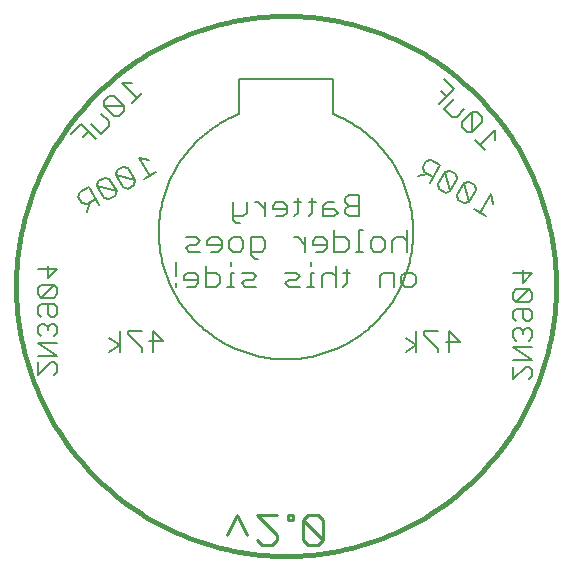
<source format=gbo>
G75*
%MOIN*%
%OFA0B0*%
%FSLAX25Y25*%
%IPPOS*%
%LPD*%
%AMOC8*
5,1,8,0,0,1.08239X$1,22.5*
%
%ADD10C,0.00800*%
%ADD11C,0.01600*%
%ADD12C,0.01100*%
%ADD13C,0.00700*%
D10*
X0035406Y0072358D02*
X0038946Y0074718D01*
X0035406Y0077078D01*
X0038946Y0079438D02*
X0038946Y0072358D01*
X0041476Y0078258D02*
X0046196Y0073538D01*
X0046196Y0072358D01*
X0049906Y0072358D02*
X0049906Y0079438D01*
X0053446Y0075898D01*
X0048726Y0075898D01*
X0046196Y0079438D02*
X0041476Y0079438D01*
X0041476Y0078258D01*
X0057740Y0093986D02*
X0057740Y0095166D01*
X0057740Y0097526D02*
X0057740Y0102246D01*
X0061450Y0098706D02*
X0060270Y0097526D01*
X0060270Y0096346D01*
X0064990Y0096346D01*
X0064990Y0097526D02*
X0063810Y0098706D01*
X0061450Y0098706D01*
X0064990Y0097526D02*
X0064990Y0095166D01*
X0063810Y0093986D01*
X0061450Y0093986D01*
X0067521Y0093986D02*
X0071061Y0093986D01*
X0072241Y0095166D01*
X0072241Y0097526D01*
X0071061Y0098706D01*
X0067521Y0098706D01*
X0067521Y0101066D02*
X0067521Y0093986D01*
X0074714Y0093986D02*
X0077074Y0093986D01*
X0075894Y0093986D02*
X0075894Y0098706D01*
X0077074Y0098706D01*
X0075894Y0101066D02*
X0075894Y0102246D01*
X0076555Y0105797D02*
X0075375Y0106977D01*
X0075375Y0109337D01*
X0076555Y0110517D01*
X0078915Y0110517D01*
X0080095Y0109337D01*
X0080095Y0106977D01*
X0078915Y0105797D01*
X0076555Y0105797D01*
X0072845Y0106977D02*
X0072845Y0109337D01*
X0071665Y0110517D01*
X0069305Y0110517D01*
X0068125Y0109337D01*
X0068125Y0108157D01*
X0072845Y0108157D01*
X0072845Y0106977D02*
X0071665Y0105797D01*
X0069305Y0105797D01*
X0065595Y0105797D02*
X0062055Y0105797D01*
X0060875Y0106977D01*
X0062055Y0108157D01*
X0064415Y0108157D01*
X0065595Y0109337D01*
X0064415Y0110517D01*
X0060875Y0110517D01*
X0076584Y0116428D02*
X0077764Y0115248D01*
X0078944Y0115248D01*
X0080124Y0117608D02*
X0076584Y0117608D01*
X0076584Y0116428D02*
X0076584Y0122328D01*
X0081304Y0118788D02*
X0080124Y0117608D01*
X0081304Y0118788D02*
X0081304Y0122328D01*
X0083805Y0122328D02*
X0084985Y0122328D01*
X0087345Y0119968D01*
X0087345Y0117608D02*
X0087345Y0122328D01*
X0089876Y0121148D02*
X0089876Y0119968D01*
X0094596Y0119968D01*
X0094596Y0121148D02*
X0093416Y0122328D01*
X0091056Y0122328D01*
X0089876Y0121148D01*
X0091056Y0117608D02*
X0093416Y0117608D01*
X0094596Y0118788D01*
X0094596Y0121148D01*
X0097069Y0122328D02*
X0099429Y0122328D01*
X0098249Y0123508D02*
X0098249Y0118788D01*
X0097069Y0117608D01*
X0101903Y0117608D02*
X0103083Y0118788D01*
X0103083Y0123508D01*
X0104263Y0122328D02*
X0101903Y0122328D01*
X0106793Y0121148D02*
X0106793Y0117608D01*
X0110333Y0117608D01*
X0111513Y0118788D01*
X0110333Y0119968D01*
X0106793Y0119968D01*
X0106793Y0121148D02*
X0107973Y0122328D01*
X0110333Y0122328D01*
X0114043Y0122328D02*
X0115223Y0121148D01*
X0118763Y0121148D01*
X0115223Y0121148D02*
X0114043Y0119968D01*
X0114043Y0118788D01*
X0115223Y0117608D01*
X0118763Y0117608D01*
X0118763Y0124688D01*
X0115223Y0124688D01*
X0114043Y0123508D01*
X0114043Y0122328D01*
X0110418Y0112877D02*
X0110418Y0105797D01*
X0113958Y0105797D01*
X0115138Y0106977D01*
X0115138Y0109337D01*
X0113958Y0110517D01*
X0110418Y0110517D01*
X0107888Y0109337D02*
X0106708Y0110517D01*
X0104348Y0110517D01*
X0103168Y0109337D01*
X0103168Y0108157D01*
X0107888Y0108157D01*
X0107888Y0106977D02*
X0107888Y0109337D01*
X0107888Y0106977D02*
X0106708Y0105797D01*
X0104348Y0105797D01*
X0100638Y0105797D02*
X0100638Y0110517D01*
X0100638Y0108157D02*
X0098278Y0110517D01*
X0097098Y0110517D01*
X0110056Y0151637D02*
X0111018Y0151239D01*
X0111969Y0150817D01*
X0112910Y0150372D01*
X0113839Y0149904D01*
X0114757Y0149413D01*
X0115662Y0148900D01*
X0116555Y0148365D01*
X0117434Y0147809D01*
X0118299Y0147230D01*
X0119150Y0146631D01*
X0119986Y0146011D01*
X0120806Y0145371D01*
X0121611Y0144710D01*
X0122399Y0144031D01*
X0123170Y0143332D01*
X0123923Y0142614D01*
X0124659Y0141878D01*
X0125377Y0141124D01*
X0126075Y0140353D01*
X0126755Y0139565D01*
X0127415Y0138761D01*
X0128056Y0137940D01*
X0128675Y0137104D01*
X0129275Y0136254D01*
X0129853Y0135388D01*
X0130409Y0134509D01*
X0130944Y0133616D01*
X0131457Y0132711D01*
X0131948Y0131793D01*
X0132416Y0130863D01*
X0132860Y0129923D01*
X0133282Y0128971D01*
X0133680Y0128010D01*
X0134055Y0127039D01*
X0134405Y0126059D01*
X0134732Y0125071D01*
X0135034Y0124075D01*
X0135311Y0123072D01*
X0135564Y0122062D01*
X0135792Y0121047D01*
X0135995Y0120026D01*
X0136173Y0119001D01*
X0136326Y0117972D01*
X0136453Y0116939D01*
X0136555Y0115903D01*
X0136631Y0114865D01*
X0136682Y0113826D01*
X0136708Y0112785D01*
X0136708Y0111745D01*
X0136682Y0110704D01*
X0136631Y0109665D01*
X0136554Y0108627D01*
X0136452Y0107591D01*
X0136325Y0106559D01*
X0136172Y0105529D01*
X0135994Y0104504D01*
X0135791Y0103483D01*
X0135563Y0102468D01*
X0135310Y0101458D01*
X0135033Y0100455D01*
X0134731Y0099460D01*
X0134404Y0098471D01*
X0134053Y0097492D01*
X0133679Y0096521D01*
X0133281Y0095559D01*
X0132859Y0094608D01*
X0132414Y0093667D01*
X0131946Y0092738D01*
X0131455Y0091820D01*
X0130942Y0090914D01*
X0130407Y0090022D01*
X0129851Y0089143D01*
X0129272Y0088277D01*
X0128673Y0087426D01*
X0128053Y0086591D01*
X0127413Y0085770D01*
X0126753Y0084966D01*
X0126073Y0084178D01*
X0125374Y0083407D01*
X0124656Y0082653D01*
X0123921Y0081917D01*
X0123167Y0081200D01*
X0122396Y0080501D01*
X0121608Y0079821D01*
X0120803Y0079161D01*
X0119983Y0078521D01*
X0119147Y0077901D01*
X0118296Y0077302D01*
X0117431Y0076723D01*
X0116552Y0076167D01*
X0115659Y0075632D01*
X0114754Y0075119D01*
X0113836Y0074628D01*
X0112906Y0074160D01*
X0111965Y0073715D01*
X0111014Y0073294D01*
X0110053Y0072895D01*
X0109082Y0072521D01*
X0108102Y0072170D01*
X0107114Y0071844D01*
X0106118Y0071542D01*
X0105115Y0071264D01*
X0104105Y0071011D01*
X0103090Y0070783D01*
X0102069Y0070580D01*
X0101044Y0070402D01*
X0100014Y0070250D01*
X0098982Y0070122D01*
X0097946Y0070020D01*
X0096908Y0069944D01*
X0095869Y0069893D01*
X0094828Y0069867D01*
X0093788Y0069867D01*
X0092747Y0069893D01*
X0091708Y0069944D01*
X0090670Y0070020D01*
X0089634Y0070122D01*
X0088602Y0070250D01*
X0087572Y0070402D01*
X0086547Y0070580D01*
X0085526Y0070783D01*
X0084511Y0071011D01*
X0083501Y0071264D01*
X0082498Y0071542D01*
X0081502Y0071844D01*
X0080514Y0072170D01*
X0079534Y0072521D01*
X0078563Y0072895D01*
X0077602Y0073294D01*
X0076651Y0073715D01*
X0075710Y0074160D01*
X0074780Y0074628D01*
X0073862Y0075119D01*
X0072957Y0075632D01*
X0072064Y0076167D01*
X0071185Y0076723D01*
X0070320Y0077302D01*
X0069469Y0077901D01*
X0068633Y0078521D01*
X0067813Y0079161D01*
X0067008Y0079821D01*
X0066220Y0080501D01*
X0065449Y0081200D01*
X0064695Y0081917D01*
X0063960Y0082653D01*
X0063242Y0083407D01*
X0062543Y0084178D01*
X0061863Y0084966D01*
X0061203Y0085770D01*
X0060563Y0086591D01*
X0059943Y0087426D01*
X0059344Y0088277D01*
X0058765Y0089143D01*
X0058209Y0090022D01*
X0057674Y0090914D01*
X0057161Y0091820D01*
X0056670Y0092738D01*
X0056202Y0093667D01*
X0055757Y0094608D01*
X0055335Y0095559D01*
X0054937Y0096521D01*
X0054563Y0097492D01*
X0054212Y0098471D01*
X0053885Y0099460D01*
X0053583Y0100455D01*
X0053306Y0101458D01*
X0053053Y0102468D01*
X0052825Y0103483D01*
X0052622Y0104504D01*
X0052444Y0105529D01*
X0052291Y0106559D01*
X0052164Y0107591D01*
X0052062Y0108627D01*
X0051985Y0109665D01*
X0051934Y0110704D01*
X0051908Y0111745D01*
X0051908Y0112785D01*
X0051934Y0113826D01*
X0051985Y0114865D01*
X0052061Y0115903D01*
X0052163Y0116939D01*
X0052290Y0117972D01*
X0052443Y0119001D01*
X0052621Y0120026D01*
X0052824Y0121047D01*
X0053052Y0122062D01*
X0053305Y0123072D01*
X0053582Y0124075D01*
X0053884Y0125071D01*
X0054211Y0126059D01*
X0054561Y0127039D01*
X0054936Y0128010D01*
X0055334Y0128971D01*
X0055756Y0129923D01*
X0056200Y0130863D01*
X0056668Y0131793D01*
X0057159Y0132711D01*
X0057672Y0133616D01*
X0058207Y0134509D01*
X0058763Y0135388D01*
X0059341Y0136254D01*
X0059941Y0137104D01*
X0060560Y0137940D01*
X0061201Y0138761D01*
X0061861Y0139565D01*
X0062541Y0140353D01*
X0063239Y0141124D01*
X0063957Y0141878D01*
X0064693Y0142614D01*
X0065446Y0143332D01*
X0066217Y0144031D01*
X0067005Y0144710D01*
X0067810Y0145371D01*
X0068630Y0146011D01*
X0069466Y0146631D01*
X0070317Y0147230D01*
X0071182Y0147809D01*
X0072061Y0148365D01*
X0072954Y0148900D01*
X0073859Y0149413D01*
X0074777Y0149904D01*
X0075706Y0150372D01*
X0076647Y0150817D01*
X0077598Y0151239D01*
X0078560Y0151637D01*
X0078560Y0163448D01*
X0110056Y0163448D01*
X0110056Y0151637D01*
X0138133Y0130854D02*
X0141357Y0131718D01*
X0140335Y0132308D02*
X0143400Y0130538D01*
X0142220Y0128494D02*
X0145760Y0134625D01*
X0142695Y0136395D01*
X0141083Y0135963D01*
X0139903Y0133919D01*
X0140335Y0132308D01*
X0145002Y0128251D02*
X0145434Y0126639D01*
X0147477Y0125459D01*
X0149089Y0125891D01*
X0147362Y0132338D01*
X0145002Y0128251D01*
X0147362Y0132338D02*
X0148974Y0132770D01*
X0151017Y0131590D01*
X0151449Y0129978D01*
X0149089Y0125891D01*
X0151281Y0124625D02*
X0151712Y0123013D01*
X0153756Y0121833D01*
X0155368Y0122265D01*
X0153641Y0128713D01*
X0151281Y0124625D01*
X0155368Y0122265D02*
X0157728Y0126353D01*
X0157296Y0127965D01*
X0155253Y0129145D01*
X0153641Y0128713D01*
X0156969Y0119978D02*
X0161057Y0117618D01*
X0159013Y0118798D02*
X0162553Y0124930D01*
X0163417Y0121706D01*
X0160558Y0139649D02*
X0157221Y0142987D01*
X0158890Y0141318D02*
X0163896Y0146325D01*
X0163896Y0142987D01*
X0159604Y0148948D02*
X0159604Y0150617D01*
X0157935Y0152286D01*
X0156266Y0152286D01*
X0156266Y0145611D01*
X0154597Y0145611D01*
X0152928Y0147279D01*
X0152928Y0148948D01*
X0156266Y0152286D01*
X0153642Y0153240D02*
X0151139Y0150737D01*
X0149470Y0150737D01*
X0146967Y0153240D01*
X0150305Y0156578D01*
X0147681Y0157533D02*
X0146013Y0159202D01*
X0145178Y0155030D02*
X0150185Y0160036D01*
X0146847Y0163374D01*
X0159604Y0148948D02*
X0156266Y0145611D01*
X0134472Y0112877D02*
X0134472Y0105797D01*
X0134472Y0109337D02*
X0133292Y0110517D01*
X0130932Y0110517D01*
X0129752Y0109337D01*
X0129752Y0105797D01*
X0127222Y0106977D02*
X0127222Y0109337D01*
X0126042Y0110517D01*
X0123682Y0110517D01*
X0122502Y0109337D01*
X0122502Y0106977D01*
X0123682Y0105797D01*
X0126042Y0105797D01*
X0127222Y0106977D01*
X0119972Y0105797D02*
X0117612Y0105797D01*
X0118792Y0105797D02*
X0118792Y0112877D01*
X0119972Y0112877D01*
X0110909Y0101066D02*
X0110909Y0093986D01*
X0113382Y0093986D02*
X0114562Y0095166D01*
X0114562Y0099886D01*
X0115742Y0098706D02*
X0113382Y0098706D01*
X0110909Y0097526D02*
X0109729Y0098706D01*
X0107369Y0098706D01*
X0106189Y0097526D01*
X0106189Y0093986D01*
X0103659Y0093986D02*
X0101299Y0093986D01*
X0102479Y0093986D02*
X0102479Y0098706D01*
X0103659Y0098706D01*
X0102479Y0101066D02*
X0102479Y0102246D01*
X0098825Y0097526D02*
X0097645Y0096346D01*
X0095285Y0096346D01*
X0094105Y0095166D01*
X0095285Y0093986D01*
X0098825Y0093986D01*
X0098825Y0097526D02*
X0097645Y0098706D01*
X0094105Y0098706D01*
X0084985Y0103437D02*
X0083805Y0103437D01*
X0082625Y0104617D01*
X0082625Y0110517D01*
X0086166Y0110517D01*
X0087346Y0109337D01*
X0087346Y0106977D01*
X0086166Y0105797D01*
X0082625Y0105797D01*
X0083145Y0098706D02*
X0079605Y0098706D01*
X0080785Y0096346D02*
X0083145Y0096346D01*
X0084325Y0097526D01*
X0083145Y0098706D01*
X0080785Y0096346D02*
X0079605Y0095166D01*
X0080785Y0093986D01*
X0084325Y0093986D01*
X0050946Y0132189D02*
X0046859Y0129829D01*
X0048903Y0131009D02*
X0045362Y0137140D01*
X0048586Y0136276D01*
X0041717Y0133673D02*
X0040105Y0134105D01*
X0038062Y0132925D01*
X0037630Y0131313D01*
X0044077Y0129585D01*
X0043646Y0127973D01*
X0041602Y0126793D01*
X0039990Y0127225D01*
X0037630Y0131313D01*
X0035438Y0130048D02*
X0033827Y0130480D01*
X0031783Y0129300D01*
X0031351Y0127688D01*
X0037799Y0125960D01*
X0037367Y0124348D01*
X0035323Y0123168D01*
X0033711Y0123600D01*
X0031351Y0127688D01*
X0028570Y0127445D02*
X0025504Y0125675D01*
X0025072Y0124063D01*
X0026252Y0122019D01*
X0027864Y0121587D01*
X0030930Y0123357D01*
X0032110Y0121313D02*
X0028570Y0127445D01*
X0028886Y0122177D02*
X0028022Y0118953D01*
X0037799Y0125960D02*
X0035438Y0130048D01*
X0041717Y0133673D02*
X0044077Y0129585D01*
X0030862Y0143204D02*
X0025856Y0148210D01*
X0022519Y0144872D01*
X0026691Y0144038D02*
X0028359Y0145707D01*
X0029314Y0148330D02*
X0032652Y0144993D01*
X0035155Y0147496D01*
X0035155Y0149165D01*
X0032652Y0151668D01*
X0033606Y0154291D02*
X0040282Y0154291D01*
X0040282Y0152623D01*
X0038613Y0150954D01*
X0036944Y0150954D01*
X0033606Y0154291D01*
X0033606Y0155960D01*
X0035275Y0157629D01*
X0036944Y0157629D01*
X0040282Y0154291D01*
X0042905Y0155246D02*
X0046243Y0158584D01*
X0044574Y0156915D02*
X0039568Y0161921D01*
X0042905Y0161921D01*
X0125523Y0097526D02*
X0125523Y0093986D01*
X0125523Y0097526D02*
X0126703Y0098706D01*
X0130243Y0098706D01*
X0130243Y0093986D01*
X0132773Y0095166D02*
X0132773Y0097526D01*
X0133953Y0098706D01*
X0136313Y0098706D01*
X0137493Y0097526D01*
X0137493Y0095166D01*
X0136313Y0093986D01*
X0133953Y0093986D01*
X0132773Y0095166D01*
X0137731Y0079333D02*
X0137731Y0072253D01*
X0137731Y0074613D02*
X0134191Y0076973D01*
X0137731Y0074613D02*
X0134191Y0072253D01*
X0140261Y0078153D02*
X0144981Y0073433D01*
X0144981Y0072253D01*
X0148691Y0072253D02*
X0148691Y0079333D01*
X0152231Y0075793D01*
X0147511Y0075793D01*
X0144981Y0079333D02*
X0140261Y0079333D01*
X0140261Y0078153D01*
D11*
X0004308Y0094334D02*
X0004335Y0096543D01*
X0004416Y0098750D01*
X0004552Y0100955D01*
X0004741Y0103156D01*
X0004985Y0105351D01*
X0005282Y0107540D01*
X0005633Y0109721D01*
X0006037Y0111892D01*
X0006495Y0114053D01*
X0007005Y0116202D01*
X0007568Y0118338D01*
X0008183Y0120460D01*
X0008850Y0122565D01*
X0009569Y0124654D01*
X0010339Y0126725D01*
X0011159Y0128776D01*
X0012029Y0130806D01*
X0012949Y0132814D01*
X0013918Y0134799D01*
X0014935Y0136760D01*
X0016000Y0138695D01*
X0017112Y0140603D01*
X0018271Y0142484D01*
X0019476Y0144335D01*
X0020725Y0146157D01*
X0022019Y0147947D01*
X0023357Y0149705D01*
X0024737Y0151429D01*
X0026159Y0153120D01*
X0027622Y0154774D01*
X0029126Y0156393D01*
X0030668Y0157974D01*
X0032249Y0159516D01*
X0033868Y0161020D01*
X0035522Y0162483D01*
X0037213Y0163905D01*
X0038937Y0165285D01*
X0040695Y0166623D01*
X0042485Y0167917D01*
X0044307Y0169166D01*
X0046158Y0170371D01*
X0048039Y0171530D01*
X0049947Y0172642D01*
X0051882Y0173707D01*
X0053843Y0174724D01*
X0055828Y0175693D01*
X0057836Y0176613D01*
X0059866Y0177483D01*
X0061917Y0178303D01*
X0063988Y0179073D01*
X0066077Y0179792D01*
X0068182Y0180459D01*
X0070304Y0181074D01*
X0072440Y0181637D01*
X0074589Y0182147D01*
X0076750Y0182605D01*
X0078921Y0183009D01*
X0081102Y0183360D01*
X0083291Y0183657D01*
X0085486Y0183901D01*
X0087687Y0184090D01*
X0089892Y0184226D01*
X0092099Y0184307D01*
X0094308Y0184334D01*
X0096517Y0184307D01*
X0098724Y0184226D01*
X0100929Y0184090D01*
X0103130Y0183901D01*
X0105325Y0183657D01*
X0107514Y0183360D01*
X0109695Y0183009D01*
X0111866Y0182605D01*
X0114027Y0182147D01*
X0116176Y0181637D01*
X0118312Y0181074D01*
X0120434Y0180459D01*
X0122539Y0179792D01*
X0124628Y0179073D01*
X0126699Y0178303D01*
X0128750Y0177483D01*
X0130780Y0176613D01*
X0132788Y0175693D01*
X0134773Y0174724D01*
X0136734Y0173707D01*
X0138669Y0172642D01*
X0140577Y0171530D01*
X0142458Y0170371D01*
X0144309Y0169166D01*
X0146131Y0167917D01*
X0147921Y0166623D01*
X0149679Y0165285D01*
X0151403Y0163905D01*
X0153094Y0162483D01*
X0154748Y0161020D01*
X0156367Y0159516D01*
X0157948Y0157974D01*
X0159490Y0156393D01*
X0160994Y0154774D01*
X0162457Y0153120D01*
X0163879Y0151429D01*
X0165259Y0149705D01*
X0166597Y0147947D01*
X0167891Y0146157D01*
X0169140Y0144335D01*
X0170345Y0142484D01*
X0171504Y0140603D01*
X0172616Y0138695D01*
X0173681Y0136760D01*
X0174698Y0134799D01*
X0175667Y0132814D01*
X0176587Y0130806D01*
X0177457Y0128776D01*
X0178277Y0126725D01*
X0179047Y0124654D01*
X0179766Y0122565D01*
X0180433Y0120460D01*
X0181048Y0118338D01*
X0181611Y0116202D01*
X0182121Y0114053D01*
X0182579Y0111892D01*
X0182983Y0109721D01*
X0183334Y0107540D01*
X0183631Y0105351D01*
X0183875Y0103156D01*
X0184064Y0100955D01*
X0184200Y0098750D01*
X0184281Y0096543D01*
X0184308Y0094334D01*
X0184281Y0092125D01*
X0184200Y0089918D01*
X0184064Y0087713D01*
X0183875Y0085512D01*
X0183631Y0083317D01*
X0183334Y0081128D01*
X0182983Y0078947D01*
X0182579Y0076776D01*
X0182121Y0074615D01*
X0181611Y0072466D01*
X0181048Y0070330D01*
X0180433Y0068208D01*
X0179766Y0066103D01*
X0179047Y0064014D01*
X0178277Y0061943D01*
X0177457Y0059892D01*
X0176587Y0057862D01*
X0175667Y0055854D01*
X0174698Y0053869D01*
X0173681Y0051908D01*
X0172616Y0049973D01*
X0171504Y0048065D01*
X0170345Y0046184D01*
X0169140Y0044333D01*
X0167891Y0042511D01*
X0166597Y0040721D01*
X0165259Y0038963D01*
X0163879Y0037239D01*
X0162457Y0035548D01*
X0160994Y0033894D01*
X0159490Y0032275D01*
X0157948Y0030694D01*
X0156367Y0029152D01*
X0154748Y0027648D01*
X0153094Y0026185D01*
X0151403Y0024763D01*
X0149679Y0023383D01*
X0147921Y0022045D01*
X0146131Y0020751D01*
X0144309Y0019502D01*
X0142458Y0018297D01*
X0140577Y0017138D01*
X0138669Y0016026D01*
X0136734Y0014961D01*
X0134773Y0013944D01*
X0132788Y0012975D01*
X0130780Y0012055D01*
X0128750Y0011185D01*
X0126699Y0010365D01*
X0124628Y0009595D01*
X0122539Y0008876D01*
X0120434Y0008209D01*
X0118312Y0007594D01*
X0116176Y0007031D01*
X0114027Y0006521D01*
X0111866Y0006063D01*
X0109695Y0005659D01*
X0107514Y0005308D01*
X0105325Y0005011D01*
X0103130Y0004767D01*
X0100929Y0004578D01*
X0098724Y0004442D01*
X0096517Y0004361D01*
X0094308Y0004334D01*
X0092099Y0004361D01*
X0089892Y0004442D01*
X0087687Y0004578D01*
X0085486Y0004767D01*
X0083291Y0005011D01*
X0081102Y0005308D01*
X0078921Y0005659D01*
X0076750Y0006063D01*
X0074589Y0006521D01*
X0072440Y0007031D01*
X0070304Y0007594D01*
X0068182Y0008209D01*
X0066077Y0008876D01*
X0063988Y0009595D01*
X0061917Y0010365D01*
X0059866Y0011185D01*
X0057836Y0012055D01*
X0055828Y0012975D01*
X0053843Y0013944D01*
X0051882Y0014961D01*
X0049947Y0016026D01*
X0048039Y0017138D01*
X0046158Y0018297D01*
X0044307Y0019502D01*
X0042485Y0020751D01*
X0040695Y0022045D01*
X0038937Y0023383D01*
X0037213Y0024763D01*
X0035522Y0026185D01*
X0033868Y0027648D01*
X0032249Y0029152D01*
X0030668Y0030694D01*
X0029126Y0032275D01*
X0027622Y0033894D01*
X0026159Y0035548D01*
X0024737Y0037239D01*
X0023357Y0038963D01*
X0022019Y0040721D01*
X0020725Y0042511D01*
X0019476Y0044333D01*
X0018271Y0046184D01*
X0017112Y0048065D01*
X0016000Y0049973D01*
X0014935Y0051908D01*
X0013918Y0053869D01*
X0012949Y0055854D01*
X0012029Y0057862D01*
X0011159Y0059892D01*
X0010339Y0061943D01*
X0009569Y0064014D01*
X0008850Y0066103D01*
X0008183Y0068208D01*
X0007568Y0070330D01*
X0007005Y0072466D01*
X0006495Y0074615D01*
X0006037Y0076776D01*
X0005633Y0078947D01*
X0005282Y0081128D01*
X0004985Y0083317D01*
X0004741Y0085512D01*
X0004552Y0087713D01*
X0004416Y0089918D01*
X0004335Y0092125D01*
X0004308Y0094334D01*
D12*
X0077936Y0018034D02*
X0081239Y0011428D01*
X0084762Y0009777D02*
X0086413Y0008125D01*
X0089716Y0008125D01*
X0091367Y0009777D01*
X0091367Y0011428D01*
X0084762Y0018034D01*
X0091367Y0018034D01*
X0094890Y0018034D02*
X0094890Y0016382D01*
X0096542Y0016382D01*
X0096542Y0018034D01*
X0094890Y0018034D01*
X0099955Y0016382D02*
X0106560Y0009777D01*
X0106560Y0016382D01*
X0104909Y0018034D01*
X0101606Y0018034D01*
X0099955Y0016382D01*
X0099955Y0009777D01*
X0101606Y0008125D01*
X0104909Y0008125D01*
X0106560Y0009777D01*
X0077936Y0018034D02*
X0074633Y0011428D01*
D13*
X0015891Y0068887D02*
X0011688Y0064684D01*
X0011688Y0068887D01*
X0011688Y0071129D02*
X0017993Y0071129D01*
X0011688Y0075333D01*
X0017993Y0075333D01*
X0016942Y0077575D02*
X0017993Y0078625D01*
X0017993Y0080727D01*
X0016942Y0081778D01*
X0015891Y0081778D01*
X0014840Y0080727D01*
X0013789Y0081778D01*
X0012738Y0081778D01*
X0011688Y0080727D01*
X0011688Y0078625D01*
X0012738Y0077575D01*
X0014840Y0079676D02*
X0014840Y0080727D01*
X0015891Y0084020D02*
X0014840Y0085071D01*
X0014840Y0088224D01*
X0012738Y0088224D02*
X0016942Y0088224D01*
X0017993Y0087173D01*
X0017993Y0085071D01*
X0016942Y0084020D01*
X0015891Y0084020D01*
X0012738Y0084020D02*
X0011688Y0085071D01*
X0011688Y0087173D01*
X0012738Y0088224D01*
X0012738Y0090466D02*
X0016942Y0094669D01*
X0012738Y0094669D01*
X0011688Y0093618D01*
X0011688Y0091516D01*
X0012738Y0090466D01*
X0016942Y0090466D01*
X0017993Y0091516D01*
X0017993Y0093618D01*
X0016942Y0094669D01*
X0014840Y0096911D02*
X0014840Y0101115D01*
X0011688Y0100064D02*
X0017993Y0100064D01*
X0014840Y0096911D01*
X0015891Y0068887D02*
X0016942Y0068887D01*
X0017993Y0067836D01*
X0017993Y0065734D01*
X0016942Y0064684D01*
X0170050Y0063219D02*
X0174254Y0067423D01*
X0175305Y0067423D01*
X0176356Y0066372D01*
X0176356Y0064270D01*
X0175305Y0063219D01*
X0170050Y0063219D02*
X0170050Y0067423D01*
X0170050Y0069665D02*
X0176356Y0069665D01*
X0170050Y0073868D01*
X0176356Y0073868D01*
X0175305Y0076110D02*
X0176356Y0077161D01*
X0176356Y0079263D01*
X0175305Y0080314D01*
X0174254Y0080314D01*
X0173203Y0079263D01*
X0172152Y0080314D01*
X0171101Y0080314D01*
X0170050Y0079263D01*
X0170050Y0077161D01*
X0171101Y0076110D01*
X0173203Y0078212D02*
X0173203Y0079263D01*
X0174254Y0082556D02*
X0173203Y0083607D01*
X0173203Y0086759D01*
X0171101Y0086759D02*
X0175305Y0086759D01*
X0176356Y0085709D01*
X0176356Y0083607D01*
X0175305Y0082556D01*
X0174254Y0082556D01*
X0171101Y0082556D02*
X0170050Y0083607D01*
X0170050Y0085709D01*
X0171101Y0086759D01*
X0171101Y0089001D02*
X0175305Y0093205D01*
X0171101Y0093205D01*
X0170050Y0092154D01*
X0170050Y0090052D01*
X0171101Y0089001D01*
X0175305Y0089001D01*
X0176356Y0090052D01*
X0176356Y0092154D01*
X0175305Y0093205D01*
X0173203Y0095447D02*
X0173203Y0099650D01*
X0170050Y0098599D02*
X0176356Y0098599D01*
X0173203Y0095447D01*
M02*

</source>
